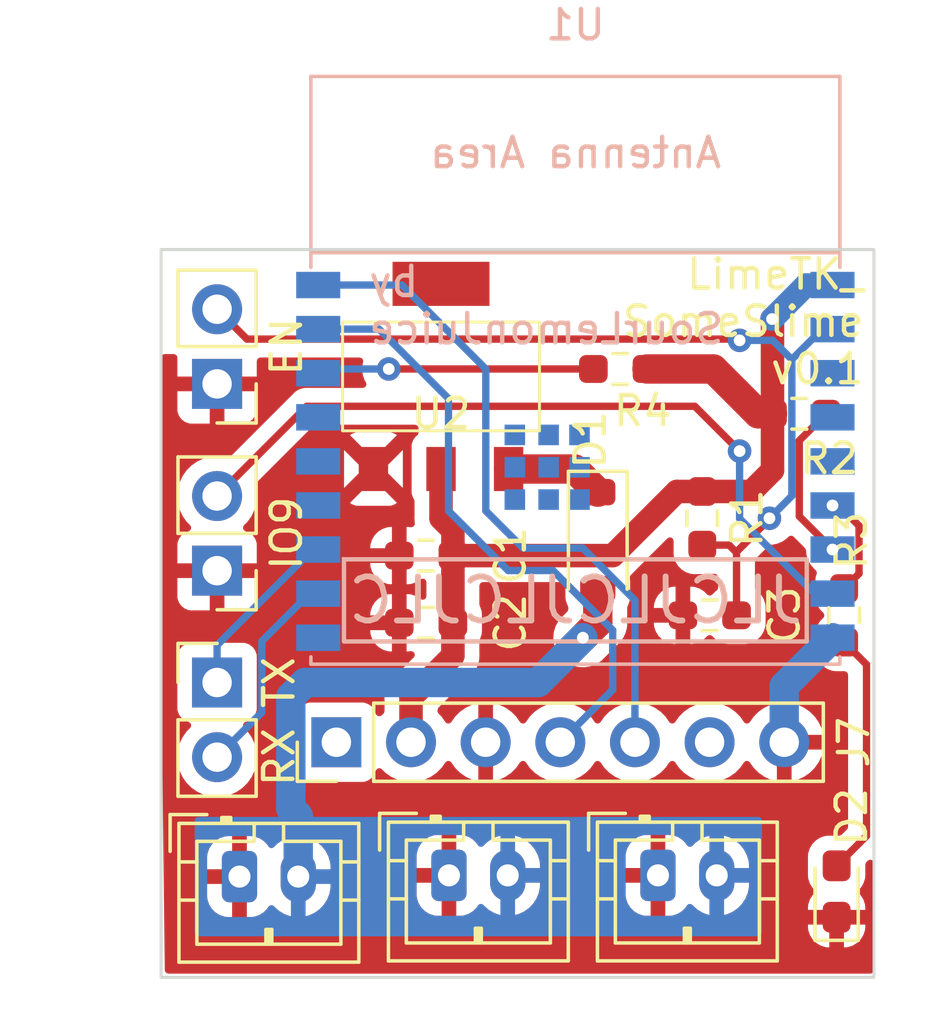
<source format=kicad_pcb>
(kicad_pcb (version 20221018) (generator pcbnew)
  (title_block (title "LimeTK_SomeSlime-MCU") (date "2024-03-13") (rev "v0.1") (company "SourLemonJuice"))
  (layers (0 "F.Cu" signal) (31 "B.Cu" signal) (34 "B.Paste" user) (35 "F.Paste" user) (36 "B.SilkS" user "B.Silkscreen") (37 "F.SilkS" user "F.Silkscreen") (38 "B.Mask" user) (39 "F.Mask" user) (44 "Edge.Cuts" user))
  (net 0 "")
  (net 1 "/VCC_3v3")
  (net 2 "GND")
  (net 3 "/Chip_PU")
  (net 4 "Net-(D1-K)")
  (net 5 "/GIPO9")
  (net 6 "/U0RXD")
  (net 7 "/U0TXD")
  (net 8 "Net-(J7-Pin_4)")
  (net 11 "Net-(J7-Pin_5)")
  (net 13 "Net-(U1-GPIO8)")
  (net 14 "Net-(D2-A)")
  (net 15 "/VCC_5v")
  (net 16 "Net-(U1-GPIO2{slash}ADC1_CH2)")
  (net 22 "Net-(U1-GPIO7)")
  (footprint "Connector_PinHeader_2.54mm:PinHeader_1x02_P2.54mm_Vertical" (layer "F.Cu") (at 118.11 96.779 180)
    (fp_text reference "J9" hide)
    (fp_text value "GPIO9_Pinheader")
    (fp_text user "IO9" (at -1.778 1.275 90 unlocked) (layer "F.SilkS") (effects (justify top)))
    (fp_line (start -1.33 -1.33) (end 0 -1.33) (stroke (width 0.12)) (layer "F.SilkS"))
    (fp_line (start -1.33 0) (end -1.33 -1.33) (stroke (width 0.12)) (layer "F.SilkS"))
    (fp_line (start -1.33 1.27) (end -1.33 3.87) (stroke (width 0.12)) (layer "F.SilkS"))
    (fp_line (start -1.33 1.27) (end 1.33 1.27) (stroke (width 0.12)) (layer "F.SilkS"))
    (fp_line (start -1.33 3.87) (end 1.33 3.87) (stroke (width 0.12)) (layer "F.SilkS"))
    (fp_line (start 1.33 1.27) (end 1.33 3.87) (stroke (width 0.12)) (layer "F.SilkS"))
    (pad "1" thru_hole rect (at 0 0 180) (size 1.7 1.7) (drill 1) (layers "*.Cu" "*.Mask") (net 2 "GND"))
    (pad "2" thru_hole oval (at 0 2.54 180) (size 1.7 1.7) (drill 1) (layers "*.Cu" "*.Mask") (net 5 "/GIPO9"))
  )
  (footprint "Resistor_SMD:R_0603_1608Metric_Pad0.98x0.95mm_HandSolder" (layer "F.Cu") (at 134.874 98.298 180)
    (fp_text reference "C3" (at -2.54 0 90 unlocked) (layer "F.SilkS"))
    (fp_text value "1uF/16V(10%)")
    (fp_line (start -0.254724 -0.5225) (end 0.254724 -0.5225) (stroke (width 0.12)) (layer "F.SilkS"))
    (fp_line (start -0.254724 0.5225) (end 0.254724 0.5225) (stroke (width 0.12)) (layer "F.SilkS"))
    (pad "1" smd roundrect (at -0.9125 0 180) (size 0.975 0.95) (layers "F.Cu" "F.Paste" "F.Mask") (net 3 "/Chip_PU"))
    (pad "2" smd roundrect (at 0.9125 0 180) (size 0.975 0.95) (layers "F.Cu" "F.Paste" "F.Mask") (net 2 "GND"))
  )
  (footprint "Resistor_SMD:R_0603_1608Metric_Pad0.98x0.95mm_HandSolder" (layer "F.Cu") (at 125.222 98.552 180)
    (fp_text reference "C2" (at -2.286 0 270) (layer "F.SilkS") (effects (justify top)))
    (fp_text value "10uF/25V(20%)")
    (fp_line (start -0.254724 -0.5225) (end 0.254724 -0.5225) (stroke (width 0.12)) (layer "F.SilkS"))
    (fp_line (start -0.254724 0.5225) (end 0.254724 0.5225) (stroke (width 0.12)) (layer "F.SilkS"))
    (pad "1" smd roundrect (at -0.9125 0 180) (size 0.975 0.95) (layers "F.Cu" "F.Paste" "F.Mask") (net 1 "/VCC_3v3"))
    (pad "2" smd roundrect (at 0.9125 0 180) (size 0.975 0.95) (layers "F.Cu" "F.Paste" "F.Mask") (net 2 "GND"))
  )
  (footprint "Connector_JST:JST_PH_B2B-PH-K_1x02_P2.00mm_Vertical" (layer "F.Cu") (at 133.112 107.146)
    (fp_text reference "J2" hide)
    (fp_text value "JST_PH-2p")
    (fp_line (start -2.36 -2.11) (end -2.36 -0.86) (stroke (width 0.12)) (layer "F.SilkS"))
    (fp_line (start -2.06 -1.81) (end -2.06 2.91) (stroke (width 0.12)) (layer "F.SilkS"))
    (fp_line (start -2.06 -0.5) (end -1.45 -0.5) (stroke (width 0.12)) (layer "F.SilkS"))
    (fp_line (start -2.06 0.8) (end -1.45 0.8) (stroke (width 0.12)) (layer "F.SilkS"))
    (fp_line (start -2.06 2.91) (end 4.06 2.91) (stroke (width 0.12)) (layer "F.SilkS"))
    (fp_line (start -1.45 -1.2) (end -1.45 2.3) (stroke (width 0.12)) (layer "F.SilkS"))
    (fp_line (start -1.45 2.3) (end 3.45 2.3) (stroke (width 0.12)) (layer "F.SilkS"))
    (fp_line (start -1.11 -2.11) (end -2.36 -2.11) (stroke (width 0.12)) (layer "F.SilkS"))
    (fp_line (start -0.6 -2.01) (end -0.6 -1.81) (stroke (width 0.12)) (layer "F.SilkS"))
    (fp_line (start -0.3 -2.01) (end -0.6 -2.01) (stroke (width 0.12)) (layer "F.SilkS"))
    (fp_line (start -0.3 -1.91) (end -0.6 -1.91) (stroke (width 0.12)) (layer "F.SilkS"))
    (fp_line (start -0.3 -1.81) (end -0.3 -2.01) (stroke (width 0.12)) (layer "F.SilkS"))
    (fp_line (start 0.5 -1.81) (end 0.5 -1.2) (stroke (width 0.12)) (layer "F.SilkS"))
    (fp_line (start 0.5 -1.2) (end -1.45 -1.2) (stroke (width 0.12)) (layer "F.SilkS"))
    (fp_line (start 0.9 1.8) (end 1.1 1.8) (stroke (width 0.12)) (layer "F.SilkS"))
    (fp_line (start 0.9 2.3) (end 0.9 1.8) (stroke (width 0.12)) (layer "F.SilkS"))
    (fp_line (start 1 2.3) (end 1 1.8) (stroke (width 0.12)) (layer "F.SilkS"))
    (fp_line (start 1.1 1.8) (end 1.1 2.3) (stroke (width 0.12)) (layer "F.SilkS"))
    (fp_line (start 1.5 -1.2) (end 1.5 -1.81) (stroke (width 0.12)) (layer "F.SilkS"))
    (fp_line (start 3.45 -1.2) (end 1.5 -1.2) (stroke (width 0.12)) (layer "F.SilkS"))
    (fp_line (start 3.45 2.3) (end 3.45 -1.2) (stroke (width 0.12)) (layer "F.SilkS"))
    (fp_line (start 4.06 -1.81) (end -2.06 -1.81) (stroke (width 0.12)) (layer "F.SilkS"))
    (fp_line (start 4.06 -0.5) (end 3.45 -0.5) (stroke (width 0.12)) (layer "F.SilkS"))
    (fp_line (start 4.06 0.8) (end 3.45 0.8) (stroke (width 0.12)) (layer "F.SilkS"))
    (fp_line (start 4.06 2.91) (end 4.06 -1.81) (stroke (width 0.12)) (layer "F.SilkS"))
    (pad "1" thru_hole roundrect (at 0 0) (size 1.2 1.75) (drill 0.75) (layers "*.Cu" "*.Mask") (roundrect_rratio 0.2083333333) (net 2 "GND"))
    (pad "2" thru_hole oval (at 2 0) (size 1.2 1.75) (drill 0.75) (layers "*.Cu" "*.Mask") (net 15 "/VCC_5v"))
  )
  (footprint "Connector_JST:JST_PH_B2B-PH-K_1x02_P2.00mm_Vertical" (layer "F.Cu") (at 118.872 107.188)
    (fp_text reference "J6" hide)
    (fp_text value "JST_PH-2p")
    (fp_line (start -2.36 -2.11) (end -2.36 -0.86) (stroke (width 0.12)) (layer "F.SilkS"))
    (fp_line (start -2.06 -1.81) (end -2.06 2.91) (stroke (width 0.12)) (layer "F.SilkS"))
    (fp_line (start -2.06 -0.5) (end -1.45 -0.5) (stroke (width 0.12)) (layer "F.SilkS"))
    (fp_line (start -2.06 0.8) (end -1.45 0.8) (stroke (width 0.12)) (layer "F.SilkS"))
    (fp_line (start -2.06 2.91) (end 4.06 2.91) (stroke (width 0.12)) (layer "F.SilkS"))
    (fp_line (start -1.45 -1.2) (end -1.45 2.3) (stroke (width 0.12)) (layer "F.SilkS"))
    (fp_line (start -1.45 2.3) (end 3.45 2.3) (stroke (width 0.12)) (layer "F.SilkS"))
    (fp_line (start -1.11 -2.11) (end -2.36 -2.11) (stroke (width 0.12)) (layer "F.SilkS"))
    (fp_line (start -0.6 -2.01) (end -0.6 -1.81) (stroke (width 0.12)) (layer "F.SilkS"))
    (fp_line (start -0.3 -2.01) (end -0.6 -2.01) (stroke (width 0.12)) (layer "F.SilkS"))
    (fp_line (start -0.3 -1.91) (end -0.6 -1.91) (stroke (width 0.12)) (layer "F.SilkS"))
    (fp_line (start -0.3 -1.81) (end -0.3 -2.01) (stroke (width 0.12)) (layer "F.SilkS"))
    (fp_line (start 0.5 -1.81) (end 0.5 -1.2) (stroke (width 0.12)) (layer "F.SilkS"))
    (fp_line (start 0.5 -1.2) (end -1.45 -1.2) (stroke (width 0.12)) (layer "F.SilkS"))
    (fp_line (start 0.9 1.8) (end 1.1 1.8) (stroke (width 0.12)) (layer "F.SilkS"))
    (fp_line (start 0.9 2.3) (end 0.9 1.8) (stroke (width 0.12)) (layer "F.SilkS"))
    (fp_line (start 1 2.3) (end 1 1.8) (stroke (width 0.12)) (layer "F.SilkS"))
    (fp_line (start 1.1 1.8) (end 1.1 2.3) (stroke (width 0.12)) (layer "F.SilkS"))
    (fp_line (start 1.5 -1.2) (end 1.5 -1.81) (stroke (width 0.12)) (layer "F.SilkS"))
    (fp_line (start 3.45 -1.2) (end 1.5 -1.2) (stroke (width 0.12)) (layer "F.SilkS"))
    (fp_line (start 3.45 2.3) (end 3.45 -1.2) (stroke (width 0.12)) (layer "F.SilkS"))
    (fp_line (start 4.06 -1.81) (end -2.06 -1.81) (stroke (width 0.12)) (layer "F.SilkS"))
    (fp_line (start 4.06 -0.5) (end 3.45 -0.5) (stroke (width 0.12)) (layer "F.SilkS"))
    (fp_line (start 4.06 0.8) (end 3.45 0.8) (stroke (width 0.12)) (layer "F.SilkS"))
    (fp_line (start 4.06 2.91) (end 4.06 -1.81) (stroke (width 0.12)) (layer "F.SilkS"))
    (pad "1" thru_hole roundrect (at 0 0) (size 1.2 1.75) (drill 0.75) (layers "*.Cu" "*.Mask") (roundrect_rratio 0.2083333333) (net 2 "GND"))
    (pad "2" thru_hole oval (at 2 0) (size 1.2 1.75) (drill 0.75) (layers "*.Cu" "*.Mask") (net 15 "/VCC_5v"))
  )
  (footprint "SourLemonJuice:SGM2212-3.3XKC3G.TR" (layer "F.Cu") (at 125.73 90.17)
    (fp_text reference "U2" (at 0 1.85 unlocked) (layer "F.SilkS") (effects (justify bottom)))
    (fp_text value "SGM2212-3.3XKC3G.TR" hide)
    (fp_line (start -3.35 -1.85) (end -3.35 1.85) (stroke (width 0.1)) (layer "F.SilkS"))
    (fp_line (start -3.35 -1.85) (end 3.35 -1.85) (stroke (width 0.1)) (layer "F.SilkS"))
    (fp_line (start -3.35 1.85) (end 3.35 1.85) (stroke (width 0.1)) (layer "F.SilkS"))
    (fp_line (start 3.35 -1.85) (end 3.35 1.85) (stroke (width 0.1)) (layer "F.SilkS"))
    (pad "" smd rect (at 0 -3.15) (size 3.3 1.5) (layers "F.Cu" "F.Paste" "F.Mask"))
    (pad "1" smd rect (at -2.3 3.15) (size 1 1.5) (layers "F.Cu" "F.Paste" "F.Mask") (net 2 "GND"))
    (pad "2" smd rect (at 0 3.15) (size 1 1.5) (layers "F.Cu" "F.Paste" "F.Mask") (net 1 "/VCC_3v3"))
    (pad "3" smd rect (at 2.3 3.15) (size 1 1.5) (layers "F.Cu" "F.Paste" "F.Mask") (net 4 "Net-(D1-K)"))
  )
  (footprint "Connector_PinHeader_2.54mm:PinHeader_1x02_P2.54mm_Vertical" (layer "F.Cu") (at 118.11 90.424 180)
    (fp_text reference "J8" hide)
    (fp_text value "CHIP_PU_Pinheader")
    (fp_text user "EN" (at -1.778 1.27 90 unlocked) (layer "F.SilkS") (effects (justify top)))
    (fp_line (start -1.33 -1.33) (end 0 -1.33) (stroke (width 0.12)) (layer "F.SilkS"))
    (fp_line (start -1.33 0) (end -1.33 -1.33) (stroke (width 0.12)) (layer "F.SilkS"))
    (fp_line (start -1.33 1.27) (end -1.33 3.87) (stroke (width 0.12)) (layer "F.SilkS"))
    (fp_line (start -1.33 1.27) (end 1.33 1.27) (stroke (width 0.12)) (layer "F.SilkS"))
    (fp_line (start -1.33 3.87) (end 1.33 3.87) (stroke (width 0.12)) (layer "F.SilkS"))
    (fp_line (start 1.33 1.27) (end 1.33 3.87) (stroke (width 0.12)) (layer "F.SilkS"))
    (pad "1" thru_hole rect (at 0 0 180) (size 1.7 1.7) (drill 1) (layers "*.Cu" "*.Mask") (net 2 "GND"))
    (pad "2" thru_hole oval (at 0 2.54 180) (size 1.7 1.7) (drill 1) (layers "*.Cu" "*.Mask") (net 3 "/Chip_PU"))
  )
  (footprint "Resistor_SMD:R_0603_1608Metric_Pad0.98x0.95mm_HandSolder" (layer "F.Cu") (at 131.826 89.916 180)
    (fp_text reference "R4" (at -0.762 -1.43) (layer "F.SilkS"))
    (fp_text value "10K(1%)(NC)")
    (fp_line (start -0.254724 -0.5225) (end 0.254724 -0.5225) (stroke (width 0.12)) (layer "F.SilkS"))
    (fp_line (start -0.254724 0.5225) (end 0.254724 0.5225) (stroke (width 0.12)) (layer "F.SilkS"))
    (pad "1" smd roundrect (at -0.9125 0 180) (size 0.975 0.95) (layers "F.Cu" "F.Paste" "F.Mask") (net 1 "/VCC_3v3"))
    (pad "2" smd roundrect (at 0.9125 0 180) (size 0.975 0.95) (layers "F.Cu" "F.Paste" "F.Mask") (net 16 "Net-(U1-GPIO2{slash}ADC1_CH2)"))
  )
  (footprint "Connector_PinHeader_2.54mm:PinHeader_1x02_P2.54mm_Vertical" (layer "F.Cu") (at 118.11 100.584)
    (fp_text reference "J3" hide)
    (fp_text value "UART_Pinheader")
    (fp_text user "TX" (at 1.524 0 90 unlocked) (layer "F.SilkS") (effects (justify top)))
    (fp_text user "RX" (at 1.524 2.54 90 unlocked) (layer "F.SilkS") (effects (justify top)))
    (fp_line (start -1.33 -1.33) (end 0 -1.33) (stroke (width 0.12)) (layer "F.SilkS"))
    (fp_line (start -1.33 0) (end -1.33 -1.33) (stroke (width 0.12)) (layer "F.SilkS"))
    (fp_line (start -1.33 1.27) (end -1.33 3.87) (stroke (width 0.12)) (layer "F.SilkS"))
    (fp_line (start -1.33 1.27) (end 1.33 1.27) (stroke (width 0.12)) (layer "F.SilkS"))
    (fp_line (start -1.33 3.87) (end 1.33 3.87) (stroke (width 0.12)) (layer "F.SilkS"))
    (fp_line (start 1.33 1.27) (end 1.33 3.87) (stroke (width 0.12)) (layer "F.SilkS"))
    (pad "1" thru_hole rect (at 0 0) (size 1.7 1.7) (drill 1) (layers "*.Cu" "*.Mask") (net 7 "/U0TXD"))
    (pad "2" thru_hole oval (at 0 2.54) (size 1.7 1.7) (drill 1) (layers "*.Cu" "*.Mask") (net 6 "/U0RXD"))
  )
  (footprint "LED_SMD:LED_0603_1608Metric_Pad1.05x0.95mm_HandSolder" (layer "F.Cu") (at 139.192 107.696 90)
    (fp_text reference "D2" (at 2.54 0.508 90) (layer "F.SilkS"))
    (fp_text value "NCD0603C1")
    (fp_line (start -1.66 -0.735) (end -1.66 0.735) (stroke (width 0.12)) (layer "F.SilkS"))
    (fp_line (start -1.66 0.735) (end 0.8 0.735) (stroke (width 0.12)) (layer "F.SilkS"))
    (fp_line (start 0.8 -0.735) (end -1.66 -0.735) (stroke (width 0.12)) (layer "F.SilkS"))
    (pad "1" smd roundrect (at -0.875 0 90) (size 1.05 0.95) (layers "F.Cu" "F.Paste" "F.Mask") (net 2 "GND"))
    (pad "2" smd roundrect (at 0.875 0 90) (size 1.05 0.95) (layers "F.Cu" "F.Paste" "F.Mask") (net 14 "Net-(D2-A)"))
  )
  (footprint "Resistor_SMD:R_0603_1608Metric_Pad0.98x0.95mm_HandSolder" (layer "F.Cu") (at 139.446 98.298 -90)
    (fp_text reference "R3" (at -2.54 -0.254 90) (layer "F.SilkS"))
    (fp_text value "10K(1%)")
    (fp_line (start -0.254724 -0.5225) (end 0.254724 -0.5225) (stroke (width 0.12)) (layer "F.SilkS"))
    (fp_line (start -0.254724 0.5225) (end 0.254724 0.5225) (stroke (width 0.12)) (layer "F.SilkS"))
    (pad "1" smd roundrect (at -0.9125 0 270) (size 0.975 0.95) (layers "F.Cu" "F.Paste" "F.Mask") (net 22 "Net-(U1-GPIO7)"))
    (pad "2" smd roundrect (at 0.9125 0 270) (size 0.975 0.95) (layers "F.Cu" "F.Paste" "F.Mask") (net 14 "Net-(D2-A)"))
  )
  (footprint "Connector_JST:JST_PH_B2B-PH-K_1x02_P2.00mm_Vertical" (layer "F.Cu") (at 126 107.146)
    (fp_text reference "J1" hide)
    (fp_text value "JST_PH-2p")
    (fp_line (start -2.36 -2.11) (end -2.36 -0.86) (stroke (width 0.12)) (layer "F.SilkS"))
    (fp_line (start -2.06 -1.81) (end -2.06 2.91) (stroke (width 0.12)) (layer "F.SilkS"))
    (fp_line (start -2.06 -0.5) (end -1.45 -0.5) (stroke (width 0.12)) (layer "F.SilkS"))
    (fp_line (start -2.06 0.8) (end -1.45 0.8) (stroke (width 0.12)) (layer "F.SilkS"))
    (fp_line (start -2.06 2.91) (end 4.06 2.91) (stroke (width 0.12)) (layer "F.SilkS"))
    (fp_line (start -1.45 -1.2) (end -1.45 2.3) (stroke (width 0.12)) (layer "F.SilkS"))
    (fp_line (start -1.45 2.3) (end 3.45 2.3) (stroke (width 0.12)) (layer "F.SilkS"))
    (fp_line (start -1.11 -2.11) (end -2.36 -2.11) (stroke (width 0.12)) (layer "F.SilkS"))
    (fp_line (start -0.6 -2.01) (end -0.6 -1.81) (stroke (width 0.12)) (layer "F.SilkS"))
    (fp_line (start -0.3 -2.01) (end -0.6 -2.01) (stroke (width 0.12)) (layer "F.SilkS"))
    (fp_line (start -0.3 -1.91) (end -0.6 -1.91) (stroke (width 0.12)) (layer "F.SilkS"))
    (fp_line (start -0.3 -1.81) (end -0.3 -2.01) (stroke (width 0.12)) (layer "F.SilkS"))
    (fp_line (start 0.5 -1.81) (end 0.5 -1.2) (stroke (width 0.12)) (layer "F.SilkS"))
    (fp_line (start 0.5 -1.2) (end -1.45 -1.2) (stroke (width 0.12)) (layer "F.SilkS"))
    (fp_line (start 0.9 1.8) (end 1.1 1.8) (stroke (width 0.12)) (layer "F.SilkS"))
    (fp_line (start 0.9 2.3) (end 0.9 1.8) (stroke (width 0.12)) (layer "F.SilkS"))
    (fp_line (start 1 2.3) (end 1 1.8) (stroke (width 0.12)) (layer "F.SilkS"))
    (fp_line (start 1.1 1.8) (end 1.1 2.3) (stroke (width 0.12)) (layer "F.SilkS"))
    (fp_line (start 1.5 -1.2) (end 1.5 -1.81) (stroke (width 0.12)) (layer "F.SilkS"))
    (fp_line (start 3.45 -1.2) (end 1.5 -1.2) (stroke (width 0.12)) (layer "F.SilkS"))
    (fp_line (start 3.45 2.3) (end 3.45 -1.2) (stroke (width 0.12)) (layer "F.SilkS"))
    (fp_line (start 4.06 -1.81) (end -2.06 -1.81) (stroke (width 0.12)) (layer "F.SilkS"))
    (fp_line (start 4.06 -0.5) (end 3.45 -0.5) (stroke (width 0.12)) (layer "F.SilkS"))
    (fp_line (start 4.06 0.8) (end 3.45 0.8) (stroke (width 0.12)) (layer "F.SilkS"))
    (fp_line (start 4.06 2.91) (end 4.06 -1.81) (stroke (width 0.12)) (layer "F.SilkS"))
    (pad "1" thru_hole roundrect (at 0 0) (size 1.2 1.75) (drill 0.75) (layers "*.Cu" "*.Mask") (roundrect_rratio 0.2083333333) (net 2 "GND"))
    (pad "2" thru_hole oval (at 2 0) (size 1.2 1.75) (drill 0.75) (layers "*.Cu" "*.Mask") (net 15 "/VCC_5v"))
  )
  (footprint "Resistor_SMD:R_0603_1608Metric_Pad0.98x0.95mm_HandSolder" (layer "F.Cu") (at 125.222 96.266 180)
    (fp_text reference "C1" (at -2.286 0 270) (layer "F.SilkS") (effects (justify top)))
    (fp_text value "10uF/25V(20%)")
    (fp_line (start -0.254724 -0.5225) (end 0.254724 -0.5225) (stroke (width 0.12)) (layer "F.SilkS"))
    (fp_line (start -0.254724 0.5225) (end 0.254724 0.5225) (stroke (width 0.12)) (layer "F.SilkS"))
    (pad "1" smd roundrect (at -0.9125 0 180) (size 0.975 0.95) (layers "F.Cu" "F.Paste" "F.Mask") (net 1 "/VCC_3v3"))
    (pad "2" smd roundrect (at 0.9125 0 180) (size 0.975 0.95) (layers "F.Cu" "F.Paste" "F.Mask") (net 2 "GND"))
  )
  (footprint "Diode_SMD:D_SOD-123" (layer "F.Cu") (at 131.064 95.758 -90)
    (fp_text reference "D1" (at -2.36 0.254 90) (layer "F.SilkS") (effects (justify left)))
    (fp_text value "1N5817W")
    (fp_line (start -2.36 -1) (end -2.36 1) (stroke (width 0.12)) (layer "F.SilkS"))
    (fp_line (start -2.36 -1) (end 1.65 -1) (stroke (width 0.12)) (layer "F.SilkS"))
    (fp_line (start -2.36 1) (end 1.65 1) (stroke (width 0.12)) (layer "F.SilkS"))
    (pad "1" smd roundrect (at -1.65 0 270) (size 0.9 1.2) (layers "F.Cu" "F.Paste" "F.Mask") (net 4 "Net-(D1-K)"))
    (pad "2" smd roundrect (at 1.65 0 270) (size 0.9 1.2) (layers "F.Cu" "F.Paste" "F.Mask") (net 15 "/VCC_5v"))
  )
  (footprint "Connector_PinHeader_2.54mm:PinHeader_1x07_P2.54mm_Vertical" (layer "F.Cu") (at 122.169 102.616 90)
    (fp_text reference "J7" (at 0 17.023 90) (layer "F.SilkS") (effects (justify top)))
    (fp_text value "IMU_BMI160/270-module")
    (fp_line (start -1.33 -1.33) (end 0 -1.33) (stroke (width 0.12)) (layer "F.SilkS"))
    (fp_line (start -1.33 0) (end -1.33 -1.33) (stroke (width 0.12)) (layer "F.SilkS"))
    (fp_line (start -1.33 1.27) (end -1.33 16.57) (stroke (width 0.12)) (layer "F.SilkS"))
    (fp_line (start -1.33 1.27) (end 1.33 1.27) (stroke (width 0.12)) (layer "F.SilkS"))
    (fp_line (start -1.33 16.57) (end 1.33 16.57) (stroke (width 0.12)) (layer "F.SilkS"))
    (fp_line (start 1.33 1.27) (end 1.33 16.57) (stroke (width 0.12)) (layer "F.SilkS"))
    (pad "1" thru_hole rect (at 0 0 90) (size 1.7 1.7) (drill 1) (layers "*.Cu" "*.Mask"))
    (pad "2" thru_hole oval (at 0 2.54 90) (size 1.7 1.7) (drill 1) (layers "*.Cu" "*.Mask") (net 1 "/VCC_3v3"))
    (pad "3" thru_hole oval (at 0 5.08 90) (size 1.7 1.7) (drill 1) (layers "*.Cu" "*.Mask") (net 2 "GND"))
    (pad "4" thru_hole oval (at 0 7.62 90) (size 1.7 1.7) (drill 1) (layers "*.Cu" "*.Mask") (net 8 "Net-(J7-Pin_4)"))
    (pad "5" thru_hole oval (at 0 10.16 90) (size 1.7 1.7) (drill 1) (layers "*.Cu" "*.Mask") (net 11 "Net-(J7-Pin_5)"))
    (pad "6" thru_hole oval (at 0 12.7 90) (size 1.7 1.7) (drill 1) (layers "*.Cu" "*.Mask"))
    (pad "7" thru_hole oval (at 0 15.24 90) (size 1.7 1.7) (drill 1) (layers "*.Cu" "*.Mask") (net 2 "GND"))
  )
  (footprint "Resistor_SMD:R_0603_1608Metric_Pad0.98x0.95mm_HandSolder" (layer "F.Cu") (at 134.62 94.996 -90)
    (fp_text reference "R1" (at 0 -1.524 90) (layer "F.SilkS"))
    (fp_text value "10K(1%)")
    (fp_line (start -0.254724 -0.5225) (end 0.254724 -0.5225) (stroke (width 0.12)) (layer "F.SilkS"))
    (fp_line (start -0.254724 0.5225) (end 0.254724 0.5225) (stroke (width 0.12)) (layer "F.SilkS"))
    (pad "1" smd roundrect (at -0.9125 0 270) (size 0.975 0.95) (layers "F.Cu" "F.Paste" "F.Mask") (net 1 "/VCC_3v3"))
    (pad "2" smd roundrect (at 0.9125 0 270) (size 0.975 0.95) (layers "F.Cu" "F.Paste" "F.Mask") (net 3 "/Chip_PU"))
  )
  (footprint "Resistor_SMD:R_0603_1608Metric_Pad0.98x0.95mm_HandSolder" (layer "F.Cu") (at 137.922 91.44)
    (fp_text reference "R2" (at 1.016 1.524) (layer "F.SilkS"))
    (fp_text value "10K(1%)(NC)")
    (fp_line (start -0.254724 -0.5225) (end 0.254724 -0.5225) (stroke (width 0.12)) (layer "F.SilkS"))
    (fp_line (start -0.254724 0.5225) (end 0.254724 0.5225) (stroke (width 0.12)) (layer "F.SilkS"))
    (pad "1" smd roundrect (at -0.9125 0) (size 0.975 0.95) (layers "F.Cu" "F.Paste" "F.Mask") (net 1 "/VCC_3v3"))
    (pad "2" smd roundrect (at 0.9125 0) (size 0.975 0.95) (layers "F.Cu" "F.Paste" "F.Mask") (net 13 "Net-(U1-GPIO8)"))
  )
  (footprint "PCM_Espressif:ESP32-C3-WROOM-02" (layer "B.Cu") (at 130.302 92.96 180)
    (fp_text reference "U1" (at 0 14.75) (layer "B.SilkS") (effects (justify mirror)))
    (fp_text value "ESP8684-WROOM-02C")
    (fp_text user "Antenna Area" (at 0 10.4) (layer "B.SilkS") (effects (justify mirror)))
    (fp_line (start -9 -7) (end -9 -6.75) (stroke (width 0.12)) (layer "B.SilkS"))
    (fp_line (start -9 13) (end -9 6.5) (stroke (width 0.12)) (layer "B.SilkS"))
    (fp_line (start -9 13) (end 9 13) (stroke (width 0.12)) (layer "B.SilkS"))
    (fp_line (start 9 -7) (end -9 -7) (stroke (width 0.12)) (layer "B.SilkS"))
    (fp_line (start 9 -6.75) (end 9 -7) (stroke (width 0.12)) (layer "B.SilkS"))
    (fp_line (start 9 7) (end -8.95 7) (stroke (width 0.12)) (layer "B.SilkS"))
    (fp_line (start 9 13) (end 9 6.5) (stroke (width 0.12)) (layer "B.SilkS"))
    (pad "1" smd rect (at -8.75 5.9 180) (size 1.5 0.9) (layers "B.Cu" "B.Paste" "B.Mask") (net 1 "/VCC_3v3"))
    (pad "2" smd rect (at -8.75 4.4 180) (size 1.5 0.9) (layers "B.Cu" "B.Paste" "B.Mask") (net 3 "/Chip_PU"))
    (pad "3" smd rect (at -8.75 2.9 180) (size 1.5 0.9) (layers "B.Cu" "B.Paste" "B.Mask"))
    (pad "4" smd rect (at -8.75 1.4 180) (size 1.5 0.9) (layers "B.Cu" "B.Paste" "B.Mask"))
    (pad "5" smd rect (at -8.75 -0.1 180) (size 1.5 0.9) (layers "B.Cu" "B.Paste" "B.Mask"))
    (pad "6" smd rect (at -8.75 -1.6 180) (size 1.5 0.9) (layers "B.Cu" "B.Paste" "B.Mask") (net 22 "Net-(U1-GPIO7)"))
    (pad "7" smd rect (at -8.75 -3.1 180) (size 1.5 0.9) (layers "B.Cu" "B.Paste" "B.Mask") (net 13 "Net-(U1-GPIO8)"))
    (pad "8" smd rect (at -8.75 -4.6 180) (size 1.5 0.9) (layers "B.Cu" "B.Paste" "B.Mask") (net 5 "/GIPO9"))
    (pad "9" smd rect (at -8.75 -6.1 180) (size 1.5 0.9) (layers "B.Cu" "B.Paste" "B.Mask") (net 2 "GND"))
    (pad "10" smd rect (at 8.75 -6.1) (size 1.5 0.9) (layers "B.Cu" "B.Paste" "B.Mask"))
    (pad "11" smd rect (at 8.75 -4.6) (size 1.5 0.9) (layers "B.Cu" "B.Paste" "B.Mask") (net 6 "/U0RXD"))
    (pad "12" smd rect (at 8.75 -3.1) (size 1.5 0.9) (layers "B.Cu" "B.Paste" "B.Mask") (net 7 "/U0TXD"))
    (pad "13" smd rect (at 8.75 -1.6) (size 1.5 0.9) (layers "B.Cu" "B.Paste" "B.Mask"))
    (pad "14" smd rect (at 8.75 -0.1) (size 1.5 0.9) (layers "B.Cu" "B.Paste" "B.Mask"))
    (pad "15" smd rect (at 8.75 1.4) (size 1.5 0.9) (layers "B.Cu" "B.Paste" "B.Mask"))
    (pad "16" smd rect (at 8.75 2.9) (size 1.5 0.9) (layers "B.Cu" "B.Paste" "B.Mask") (net 16 "Net-(U1-GPIO2{slash}ADC1_CH2)"))
    (pad "17" smd rect (at 8.75 4.4) (size 1.5 0.9) (layers "B.Cu" "B.Paste" "B.Mask") (net 8 "Net-(J7-Pin_4)"))
    (pad "18" smd rect (at 8.75 5.9) (size 1.5 0.9) (layers "B.Cu" "B.Paste" "B.Mask") (net 11 "Net-(J7-Pin_5)"))
    (pad "19" smd rect (at -0.14 -1.4) (size 0.7 0.7) (layers "B.Cu" "B.Paste" "B.Mask") (net 2 "GND"))
    (pad "19" smd rect (at -0.14 -0.3) (size 0.7 0.7) (layers "B.Cu" "B.Paste" "B.Mask") (net 2 "GND"))
    (pad "19" smd rect (at -0.14 0.8) (size 0.7 0.7) (layers "B.Cu" "B.Paste" "B.Mask") (net 2 "GND"))
    (pad "19" smd rect (at 0.91 -1.4) (size 0.7 0.7) (layers "B.Cu" "B.Paste" "B.Mask") (net 2 "GND"))
    (pad "19" smd rect (at 0.91 -0.3) (size 0.7 0.7) (layers "B.Cu" "B.Paste" "B.Mask") (net 2 "GND"))
    (pad "19" smd rect (at 0.91 0.8) (size 0.7 0.7) (layers "B.Cu" "B.Paste" "B.Mask") (net 2 "GND"))
    (pad "19" smd rect (at 2.06 -1.4) (size 0.7 0.7) (layers "B.Cu" "B.Paste" "B.Mask") (net 2 "GND"))
    (pad "19" smd rect (at 2.06 -0.3) (size 0.7 0.7) (layers "B.Cu" "B.Paste" "B.Mask") (net 2 "GND"))
    (pad "19" smd rect (at 2.06 0.8) (size 0.7 0.7) (layers "B.Cu" "B.Paste" "B.Mask") (net 2 "GND"))
    (zone (net 0) (net_name "") (layers "*.Cu") (name "antenna keepout") (connect_pads (clearance 0)) (min_thickness 0.254)
      (keepout (tracks not_allowed) (vias not_allowed) (pads not_allowed) (copperpour not_allowed) (footprints not_allowed))
      (fill (thermal_gap 0.508) (thermal_bridge_width 0.508))
      (polygon (pts (xy 121.302 85.96) (xy 139.302 85.96) (xy 139.302 79.96) (xy 121.302 79.96)))
    )
  )
  (gr_rect (start 122.428 96.393) (end 138.176 99.187) (stroke (width 0.15)) (fill none) (layer "B.SilkS"))
  (gr_rect (start 116.205 85.852) (end 140.462 110.617) (stroke (width 0.1)) (fill none) (layer "Edge.Cuts"))
  (gr_text "by\nSourLemonJuice" (at 123.19 86.36) (layer "B.SilkS") (effects (font (size 1 1) (thickness 0.15) bold) (justify right top mirror)))
  (gr_text "JLCJLCJLCJLC" (at 130.302 97.79) (layer "B.SilkS") (effects (font (size 1.5 1.5) (thickness 0.2)) (justify mirror)))
  (gr_text "LimeTK_\nSomeSlime\nv0.1" (at 140.208 86.106) (layer "F.SilkS") (effects (font (size 1 1)) (justify right top)))
  (segment (start 126.1345 96.266) (end 126.1345 98.552) (width 0.8) (layer "F.Cu") (net 1))
  (segment (start 131.572 96.266) (end 126.1345 96.266) (width 0.8) (layer "F.Cu") (net 1))
  (segment (start 134.998 89.916) (end 136.522 91.44) (width 1) (layer "F.Cu") (net 1))
  (segment (start 133.7545 94.0835) (end 131.572 96.266) (width 0.8) (layer "F.Cu") (net 1))
  (segment (start 126.1345 95.4005) (end 125.73 94.996) (width 0.8) (layer "F.Cu") (net 1))
  (segment (start 126.1345 98.552) (end 126.1345 99.6715) (width 0.8) (layer "F.Cu") (net 1))
  (segment (start 134.62 94.0835) (end 136.2945 94.0835) (width 0.8) (layer "F.Cu") (net 1))
  (segment (start 125.73 94.996) (end 125.73 93.32) (width 0.8) (layer "F.Cu") (net 1))
  (segment (start 134.62 94.0835) (end 133.7545 94.0835) (width 0.8) (layer "F.Cu") (net 1))
  (segment (start 136.522 91.44) (end 137.0095 91.44) (width 1) (layer "F.Cu") (net 1))
  (segment (start 136.994347 88.217653) (end 137.0095 88.232806) (width 0.8) (layer "F.Cu") (net 1))
  (segment (start 126.1345 96.266) (end 126.1345 95.4005) (width 0.8) (layer "F.Cu") (net 1))
  (segment (start 126.1345 99.6715) (end 124.709 101.097) (width 0.8) (layer "F.Cu") (net 1))
  (segment (start 137.0095 88.232806) (end 137.0095 91.44) (width 0.8) (layer "F.Cu") (net 1))
  (segment (start 137.0095 93.3685) (end 137.0095 91.44) (width 0.8) (layer "F.Cu") (net 1))
  (segment (start 124.709 101.097) (end 124.709 102.616) (width 0.8) (layer "F.Cu") (net 1))
  (segment (start 136.2945 94.0835) (end 137.0095 93.3685) (width 0.8) (layer "F.Cu") (net 1))
  (segment (start 132.7385 89.916) (end 134.998 89.916) (width 1) (layer "F.Cu") (net 1))
  (via (at 136.994347 88.217653) (size 0.8) (drill 0.4) (layers "F.Cu" "B.Cu") (net 1))
  (segment (start 138.152 87.06) (end 139.052 87.06) (width 0.8) (layer "B.Cu") (net 1))
  (segment (start 136.994347 88.217653) (end 138.152 87.06) (width 0.8) (layer "B.Cu") (net 1))
  (segment (start 137.409 102.616) (end 137.409 100.703) (width 1) (layer "B.Cu") (net 2))
  (segment (start 137.409 100.703) (end 139.052 99.06) (width 1) (layer "B.Cu") (net 2))
  (segment (start 135.7865 96.1625) (end 135.7865 98.298) (width 0.25) (layer "F.Cu") (net 3))
  (segment (start 135.89 88.942653) (end 135.847347 88.9) (width 0.25) (layer "F.Cu") (net 3))
  (segment (start 119.126 88.9) (end 118.11 87.884) (width 0.25) (layer "F.Cu") (net 3))
  (segment (start 135.5325 95.9085) (end 135.7865 96.1625) (width 0.25) (layer "F.Cu") (net 3))
  (segment (start 134.62 95.9085) (end 135.5325 95.9085) (width 0.25) (layer "F.Cu") (net 3))
  (segment (start 136.906 94.996) (end 136.906 95.0195) (width 0.25) (layer "F.Cu") (net 3))
  (segment (start 135.847347 88.9) (end 119.126 88.9) (width 0.25) (layer "F.Cu") (net 3))
  (segment (start 135.7865 96.139) (end 135.7865 96.1625) (width 0.25) (layer "F.Cu") (net 3))
  (segment (start 136.906 95.0195) (end 135.7865 96.139) (width 0.25) (layer "F.Cu") (net 3))
  (via (at 135.89 88.942653) (size 0.8) (drill 0.4) (layers "F.Cu" "B.Cu") (net 3))
  (via (at 136.906 94.996) (size 0.8) (drill 0.4) (layers "F.Cu" "B.Cu") (net 3))
  (segment (start 137.016653 88.942653) (end 137.668 89.594) (width 0.25) (layer "B.Cu") (net 3))
  (segment (start 136.906 94.996) (end 137.668 94.234) (width 0.25) (layer "B.Cu") (net 3))
  (segment (start 137.668 94.234) (end 137.668 89.594) (width 0.25) (layer "B.Cu") (net 3))
  (segment (start 137.668 89.594) (end 138.702 88.56) (width 0.25) (layer "B.Cu") (net 3))
  (segment (start 138.702 88.56) (end 139.052 88.56) (width 0.25) (layer "B.Cu") (net 3))
  (segment (start 135.89 88.942653) (end 137.016653 88.942653) (width 0.25) (layer "B.Cu") (net 3))
  (segment (start 128.03 93.32) (end 130.276 93.32) (width 1) (layer "F.Cu") (net 4))
  (segment (start 130.276 93.32) (end 131.064 94.108) (width 1) (layer "F.Cu") (net 4))
  (segment (start 118.11 94.239) (end 121.163 91.186) (width 0.25) (layer "F.Cu") (net 5))
  (segment (start 118.11 94.239) (end 118.11 94.234) (width 0.25) (layer "F.Cu") (net 5))
  (segment (start 121.163 91.186) (end 134.366 91.186) (width 0.25) (layer "F.Cu") (net 5))
  (segment (start 134.366 91.186) (end 135.89 92.71) (width 0.25) (layer "F.Cu") (net 5))
  (via (at 135.89 92.71) (size 0.8) (drill 0.4) (layers "F.Cu" "B.Cu") (net 5))
  (segment (start 135.89 92.71) (end 135.89 95.005305) (width 0.25) (layer "B.Cu") (net 5))
  (segment (start 135.89 95.005305) (end 138.444695 97.56) (width 0.25) (layer "B.Cu") (net 5))
  (segment (start 138.444695 97.56) (end 139.052 97.56) (width 0.25) (layer "B.Cu") (net 5))
  (segment (start 121.252 97.56) (end 119.634 99.178) (width 0.25) (layer "B.Cu") (net 6))
  (segment (start 119.634 101.6) (end 118.11 103.124) (width 0.25) (layer "B.Cu") (net 6))
  (segment (start 119.634 99.178) (end 119.634 101.6) (width 0.25) (layer "B.Cu") (net 6))
  (segment (start 121.552 97.56) (end 121.252 97.56) (width 0.25) (layer "B.Cu") (net 6))
  (segment (start 121.364 96.06) (end 118.11 99.314) (width 0.25) (layer "B.Cu") (net 7))
  (segment (start 118.11 99.314) (end 118.11 100.584) (width 0.25) (layer "B.Cu") (net 7))
  (segment (start 121.552 96.06) (end 121.364 96.06) (width 0.25) (layer "B.Cu") (net 7))
  (segment (start 131.572 98.806) (end 131.572 100.833) (width 0.25) (layer "B.Cu") (net 8))
  (segment (start 129.54 96.774) (end 131.572 98.806) (width 0.25) (layer "B.Cu") (net 8))
  (segment (start 123.621305 88.56) (end 125.984 90.922695) (width 0.25) (layer "B.Cu") (net 8))
  (segment (start 121.552 88.56) (end 123.621305 88.56) (width 0.25) (layer "B.Cu") (net 8))
  (segment (start 131.572 100.833) (end 129.789 102.616) (width 0.25) (layer "B.Cu") (net 8))
  (segment (start 128.016 96.774) (end 129.54 96.774) (width 0.25) (layer "B.Cu") (net 8))
  (segment (start 125.984 90.922695) (end 125.984 94.742) (width 0.25) (layer "B.Cu") (net 8))
  (segment (start 125.984 94.742) (end 128.016 96.774) (width 0.25) (layer "B.Cu") (net 8))
  (segment (start 132.329 97.785) (end 130.556 96.012) (width 0.25) (layer "B.Cu") (net 11))
  (segment (start 127.254 94.742) (end 127.254 89.916) (width 0.25) (layer "B.Cu") (net 11))
  (segment (start 128.524 96.012) (end 127.254 94.742) (width 0.25) (layer "B.Cu") (net 11))
  (segment (start 127.254 89.916) (end 124.398 87.06) (width 0.25) (layer "B.Cu") (net 11))
  (segment (start 124.398 87.06) (end 121.552 87.06) (width 0.25) (layer "B.Cu") (net 11))
  (segment (start 132.329 102.616) (end 132.329 97.785) (width 0.25) (layer "B.Cu") (net 11))
  (segment (start 130.556 96.012) (end 128.524 96.012) (width 0.25) (layer "B.Cu") (net 11))
  (segment (start 139.052 96.06) (end 137.922 94.93) (width 0.25) (layer "F.Cu") (net 13))
  (segment (start 137.922 92.3525) (end 138.8345 91.44) (width 0.25) (layer "F.Cu") (net 13))
  (segment (start 137.922 94.93) (end 137.922 92.3525) (width 0.25) (layer "F.Cu") (net 13))
  (via (at 139.052 96.06) (size 0.8) (drill 0.4) (layers "F.Cu" "B.Cu") (net 13))
  (segment (start 140.208 99.9725) (end 140.208 105.805) (width 0.25) (layer "F.Cu") (net 14))
  (segment (start 139.446 99.2105) (end 140.208 99.9725) (width 0.25) (layer "F.Cu") (net 14))
  (segment (start 140.208 105.805) (end 139.192 106.821) (width 0.25) (layer "F.Cu") (net 14))
  (segment (start 130.556 99.06) (end 131.064 98.552) (width 1) (layer "F.Cu") (net 15))
  (segment (start 131.064 98.552) (end 131.064 97.408) (width 1) (layer "F.Cu") (net 15))
  (via (at 130.556 99.06) (size 0.8) (drill 0.4) (layers "F.Cu" "B.Cu") (net 15))
  (segment (start 129.032 100.584) (end 121.101 100.584) (width 1) (layer "B.Cu") (net 15))
  (segment (start 120.872 105.124) (end 120.872 107.188) (width 1) (layer "B.Cu") (net 15))
  (segment (start 121.101 100.584) (end 120.619 101.066) (width 1) (layer "B.Cu") (net 15))
  (segment (start 120.619 104.871) (end 120.872 105.124) (width 1) (layer "B.Cu") (net 15))
  (segment (start 120.619 101.066) (end 120.619 104.871) (width 1) (layer "B.Cu") (net 15))
  (segment (start 130.556 99.06) (end 129.032 100.584) (width 1) (layer "B.Cu") (net 15))
  (segment (start 130.9135 89.916) (end 123.952 89.916) (width 0.25) (layer "F.Cu") (net 16))
  (via (at 123.952 89.916) (size 0.8) (drill 0.4) (layers "F.Cu" "B.Cu") (net 16))
  (segment (start 123.952 89.916) (end 121.696 89.916) (width 0.25) (layer "B.Cu") (net 16))
  (segment (start 121.696 89.916) (end 121.552 90.06) (width 0.25) (layer "B.Cu") (net 16))
  (segment (start 139.052 94.56) (end 139.264 94.56) (width 0.25) (layer "F.Cu") (net 22))
  (segment (start 139.954 95.25) (end 139.954 96.8775) (width 0.25) (layer "F.Cu") (net 22))
  (segment (start 139.954 96.8775) (end 139.446 97.3855) (width 0.25) (layer "F.Cu") (net 22))
  (segment (start 139.264 94.56) (end 139.954 95.25) (width 0.25) (layer "F.Cu") (net 22))
  (via (at 139.052 94.56) (size 0.8) (drill 0.4) (layers "F.Cu" "B.Cu") (net 22))
  (zone (net 2) (net_name "GND") (layer "F.Cu") (name "GND") (connect_pads (clearance 0.5)) (min_thickness 0.25) (fill yes (thermal_gap 0.5) (thermal_bridge_width 0.5))
    (polygon (pts (xy 124.968 92.202) (xy 140.462 92.202) (xy 140.462 110.49) (xy 116.332 110.49) (xy 116.078 89.408) (xy 124.968 89.408)))
  )
  (zone (net 15) (net_name "/VCC_5v") (layer "B.Cu") (priority 1) (connect_pads (clearance 0.5)) (min_thickness 0.25) (fill yes (thermal_gap 0.5) (thermal_bridge_width 0.5))
    (polygon (pts (xy 136.652 105.156) (xy 136.652 109.22) (xy 117.348 109.22) (xy 117.348 105.156)))
  )
)
</source>
